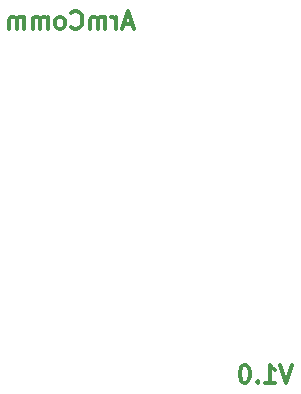
<source format=gbo>
G04 #@! TF.FileFunction,Legend,Bot*
%FSLAX46Y46*%
G04 Gerber Fmt 4.6, Leading zero omitted, Abs format (unit mm)*
G04 Created by KiCad (PCBNEW 4.0.1-stable) date 2016 September 18, Sunday 15:01:05*
%MOMM*%
G01*
G04 APERTURE LIST*
%ADD10C,0.100000*%
%ADD11C,0.300000*%
G04 APERTURE END LIST*
D10*
D11*
X154241214Y-80903071D02*
X153741214Y-82403071D01*
X153241214Y-80903071D01*
X151955500Y-82403071D02*
X152812643Y-82403071D01*
X152384071Y-82403071D02*
X152384071Y-80903071D01*
X152526928Y-81117357D01*
X152669786Y-81260214D01*
X152812643Y-81331643D01*
X151312643Y-82260214D02*
X151241215Y-82331643D01*
X151312643Y-82403071D01*
X151384072Y-82331643D01*
X151312643Y-82260214D01*
X151312643Y-82403071D01*
X150312643Y-80903071D02*
X150169786Y-80903071D01*
X150026929Y-80974500D01*
X149955500Y-81045929D01*
X149884071Y-81188786D01*
X149812643Y-81474500D01*
X149812643Y-81831643D01*
X149884071Y-82117357D01*
X149955500Y-82260214D01*
X150026929Y-82331643D01*
X150169786Y-82403071D01*
X150312643Y-82403071D01*
X150455500Y-82331643D01*
X150526929Y-82260214D01*
X150598357Y-82117357D01*
X150669786Y-81831643D01*
X150669786Y-81474500D01*
X150598357Y-81188786D01*
X150526929Y-81045929D01*
X150455500Y-80974500D01*
X150312643Y-80903071D01*
X140695500Y-52002500D02*
X139981214Y-52002500D01*
X140838357Y-52431071D02*
X140338357Y-50931071D01*
X139838357Y-52431071D01*
X139338357Y-52431071D02*
X139338357Y-51431071D01*
X139338357Y-51716786D02*
X139266929Y-51573929D01*
X139195500Y-51502500D01*
X139052643Y-51431071D01*
X138909786Y-51431071D01*
X138409786Y-52431071D02*
X138409786Y-51431071D01*
X138409786Y-51573929D02*
X138338358Y-51502500D01*
X138195500Y-51431071D01*
X137981215Y-51431071D01*
X137838358Y-51502500D01*
X137766929Y-51645357D01*
X137766929Y-52431071D01*
X137766929Y-51645357D02*
X137695500Y-51502500D01*
X137552643Y-51431071D01*
X137338358Y-51431071D01*
X137195500Y-51502500D01*
X137124072Y-51645357D01*
X137124072Y-52431071D01*
X135552643Y-52288214D02*
X135624072Y-52359643D01*
X135838358Y-52431071D01*
X135981215Y-52431071D01*
X136195500Y-52359643D01*
X136338358Y-52216786D01*
X136409786Y-52073929D01*
X136481215Y-51788214D01*
X136481215Y-51573929D01*
X136409786Y-51288214D01*
X136338358Y-51145357D01*
X136195500Y-51002500D01*
X135981215Y-50931071D01*
X135838358Y-50931071D01*
X135624072Y-51002500D01*
X135552643Y-51073929D01*
X134695500Y-52431071D02*
X134838358Y-52359643D01*
X134909786Y-52288214D01*
X134981215Y-52145357D01*
X134981215Y-51716786D01*
X134909786Y-51573929D01*
X134838358Y-51502500D01*
X134695500Y-51431071D01*
X134481215Y-51431071D01*
X134338358Y-51502500D01*
X134266929Y-51573929D01*
X134195500Y-51716786D01*
X134195500Y-52145357D01*
X134266929Y-52288214D01*
X134338358Y-52359643D01*
X134481215Y-52431071D01*
X134695500Y-52431071D01*
X133552643Y-52431071D02*
X133552643Y-51431071D01*
X133552643Y-51573929D02*
X133481215Y-51502500D01*
X133338357Y-51431071D01*
X133124072Y-51431071D01*
X132981215Y-51502500D01*
X132909786Y-51645357D01*
X132909786Y-52431071D01*
X132909786Y-51645357D02*
X132838357Y-51502500D01*
X132695500Y-51431071D01*
X132481215Y-51431071D01*
X132338357Y-51502500D01*
X132266929Y-51645357D01*
X132266929Y-52431071D01*
X131552643Y-52431071D02*
X131552643Y-51431071D01*
X131552643Y-51573929D02*
X131481215Y-51502500D01*
X131338357Y-51431071D01*
X131124072Y-51431071D01*
X130981215Y-51502500D01*
X130909786Y-51645357D01*
X130909786Y-52431071D01*
X130909786Y-51645357D02*
X130838357Y-51502500D01*
X130695500Y-51431071D01*
X130481215Y-51431071D01*
X130338357Y-51502500D01*
X130266929Y-51645357D01*
X130266929Y-52431071D01*
M02*

</source>
